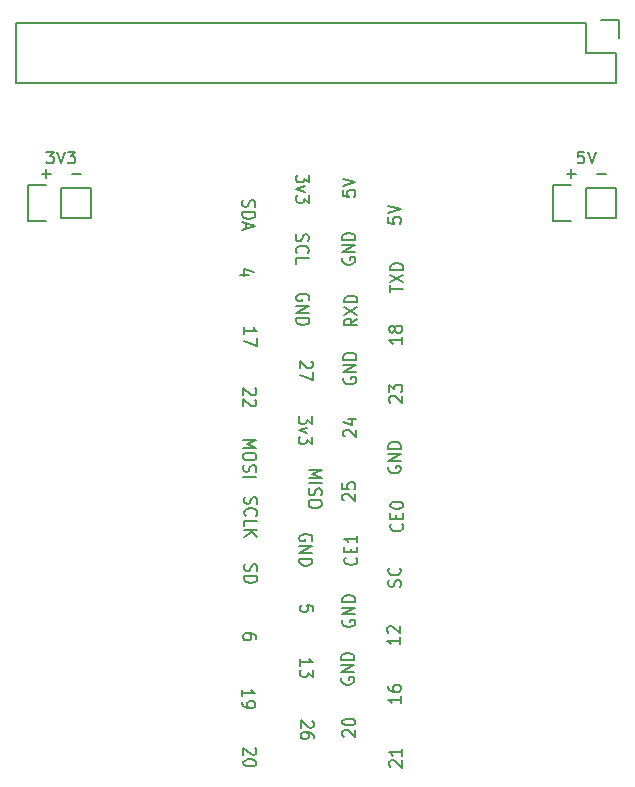
<source format=gbr>
G04 #@! TF.FileFunction,Legend,Top*
%FSLAX46Y46*%
G04 Gerber Fmt 4.6, Leading zero omitted, Abs format (unit mm)*
G04 Created by KiCad (PCBNEW (2015-07-30 BZR 6023, Git cb629e0)-product) date 8/27/2015 11:16:19 AM*
%MOMM*%
G01*
G04 APERTURE LIST*
%ADD10C,0.100000*%
%ADD11C,0.127000*%
%ADD12C,0.150000*%
G04 APERTURE END LIST*
D10*
D11*
X149602100Y-77025404D02*
X149549719Y-77120642D01*
X149549719Y-77263499D01*
X149602100Y-77406357D01*
X149706862Y-77501595D01*
X149811624Y-77549214D01*
X150021148Y-77596833D01*
X150178290Y-77596833D01*
X150387814Y-77549214D01*
X150492576Y-77501595D01*
X150597338Y-77406357D01*
X150649719Y-77263499D01*
X150649719Y-77168261D01*
X150597338Y-77025404D01*
X150544957Y-76977785D01*
X150178290Y-76977785D01*
X150178290Y-77168261D01*
X150649719Y-76549214D02*
X149549719Y-76549214D01*
X150649719Y-75977785D01*
X149549719Y-75977785D01*
X150649719Y-75501595D02*
X149549719Y-75501595D01*
X149549719Y-75263500D01*
X149602100Y-75120642D01*
X149706862Y-75025404D01*
X149811624Y-74977785D01*
X150021148Y-74930166D01*
X150178290Y-74930166D01*
X150387814Y-74977785D01*
X150492576Y-75025404D01*
X150597338Y-75120642D01*
X150649719Y-75263500D01*
X150649719Y-75501595D01*
X150827519Y-82175266D02*
X150303710Y-82508600D01*
X150827519Y-82746695D02*
X149727519Y-82746695D01*
X149727519Y-82365742D01*
X149779900Y-82270504D01*
X149832281Y-82222885D01*
X149937043Y-82175266D01*
X150094186Y-82175266D01*
X150198948Y-82222885D01*
X150251329Y-82270504D01*
X150303710Y-82365742D01*
X150303710Y-82746695D01*
X149727519Y-81841933D02*
X150827519Y-81175266D01*
X149727519Y-81175266D02*
X150827519Y-81841933D01*
X150827519Y-80794314D02*
X149727519Y-80794314D01*
X149727519Y-80556219D01*
X149779900Y-80413361D01*
X149884662Y-80318123D01*
X149989424Y-80270504D01*
X150198948Y-80222885D01*
X150356090Y-80222885D01*
X150565614Y-80270504D01*
X150670376Y-80318123D01*
X150775138Y-80413361D01*
X150827519Y-80556219D01*
X150827519Y-80794314D01*
X149691000Y-87160004D02*
X149638619Y-87255242D01*
X149638619Y-87398099D01*
X149691000Y-87540957D01*
X149795762Y-87636195D01*
X149900524Y-87683814D01*
X150110048Y-87731433D01*
X150267190Y-87731433D01*
X150476714Y-87683814D01*
X150581476Y-87636195D01*
X150686238Y-87540957D01*
X150738619Y-87398099D01*
X150738619Y-87302861D01*
X150686238Y-87160004D01*
X150633857Y-87112385D01*
X150267190Y-87112385D01*
X150267190Y-87302861D01*
X150738619Y-86683814D02*
X149638619Y-86683814D01*
X150738619Y-86112385D01*
X149638619Y-86112385D01*
X150738619Y-85636195D02*
X149638619Y-85636195D01*
X149638619Y-85398100D01*
X149691000Y-85255242D01*
X149795762Y-85160004D01*
X149900524Y-85112385D01*
X150110048Y-85064766D01*
X150267190Y-85064766D01*
X150476714Y-85112385D01*
X150581476Y-85160004D01*
X150686238Y-85255242D01*
X150738619Y-85398100D01*
X150738619Y-85636195D01*
X149743381Y-92138405D02*
X149691000Y-92090786D01*
X149638619Y-91995548D01*
X149638619Y-91757452D01*
X149691000Y-91662214D01*
X149743381Y-91614595D01*
X149848143Y-91566976D01*
X149952905Y-91566976D01*
X150110048Y-91614595D01*
X150738619Y-92186024D01*
X150738619Y-91566976D01*
X150005286Y-90709833D02*
X150738619Y-90709833D01*
X149586238Y-90947929D02*
X150371952Y-91186024D01*
X150371952Y-90566976D01*
X149654481Y-97561305D02*
X149602100Y-97513686D01*
X149549719Y-97418448D01*
X149549719Y-97180352D01*
X149602100Y-97085114D01*
X149654481Y-97037495D01*
X149759243Y-96989876D01*
X149864005Y-96989876D01*
X150021148Y-97037495D01*
X150649719Y-97608924D01*
X150649719Y-96989876D01*
X149549719Y-96085114D02*
X149549719Y-96561305D01*
X150073529Y-96608924D01*
X150021148Y-96561305D01*
X149968767Y-96466067D01*
X149968767Y-96227971D01*
X150021148Y-96132733D01*
X150073529Y-96085114D01*
X150178290Y-96037495D01*
X150440195Y-96037495D01*
X150544957Y-96085114D01*
X150597338Y-96132733D01*
X150649719Y-96227971D01*
X150649719Y-96466067D01*
X150597338Y-96561305D01*
X150544957Y-96608924D01*
X150722757Y-102396847D02*
X150775138Y-102444466D01*
X150827519Y-102587323D01*
X150827519Y-102682561D01*
X150775138Y-102825419D01*
X150670376Y-102920657D01*
X150565614Y-102968276D01*
X150356090Y-103015895D01*
X150198948Y-103015895D01*
X149989424Y-102968276D01*
X149884662Y-102920657D01*
X149779900Y-102825419D01*
X149727519Y-102682561D01*
X149727519Y-102587323D01*
X149779900Y-102444466D01*
X149832281Y-102396847D01*
X150251329Y-101968276D02*
X150251329Y-101634942D01*
X150827519Y-101492085D02*
X150827519Y-101968276D01*
X149727519Y-101968276D01*
X149727519Y-101492085D01*
X150827519Y-100539704D02*
X150827519Y-101111133D01*
X150827519Y-100825419D02*
X149727519Y-100825419D01*
X149884662Y-100920657D01*
X149989424Y-101015895D01*
X150041805Y-101111133D01*
X149602100Y-107695904D02*
X149549719Y-107791142D01*
X149549719Y-107933999D01*
X149602100Y-108076857D01*
X149706862Y-108172095D01*
X149811624Y-108219714D01*
X150021148Y-108267333D01*
X150178290Y-108267333D01*
X150387814Y-108219714D01*
X150492576Y-108172095D01*
X150597338Y-108076857D01*
X150649719Y-107933999D01*
X150649719Y-107838761D01*
X150597338Y-107695904D01*
X150544957Y-107648285D01*
X150178290Y-107648285D01*
X150178290Y-107838761D01*
X150649719Y-107219714D02*
X149549719Y-107219714D01*
X150649719Y-106648285D01*
X149549719Y-106648285D01*
X150649719Y-106172095D02*
X149549719Y-106172095D01*
X149549719Y-105934000D01*
X149602100Y-105791142D01*
X149706862Y-105695904D01*
X149811624Y-105648285D01*
X150021148Y-105600666D01*
X150178290Y-105600666D01*
X150387814Y-105648285D01*
X150492576Y-105695904D01*
X150597338Y-105791142D01*
X150649719Y-105934000D01*
X150649719Y-106172095D01*
X149513200Y-112585404D02*
X149460819Y-112680642D01*
X149460819Y-112823499D01*
X149513200Y-112966357D01*
X149617962Y-113061595D01*
X149722724Y-113109214D01*
X149932248Y-113156833D01*
X150089390Y-113156833D01*
X150298914Y-113109214D01*
X150403676Y-113061595D01*
X150508438Y-112966357D01*
X150560819Y-112823499D01*
X150560819Y-112728261D01*
X150508438Y-112585404D01*
X150456057Y-112537785D01*
X150089390Y-112537785D01*
X150089390Y-112728261D01*
X150560819Y-112109214D02*
X149460819Y-112109214D01*
X150560819Y-111537785D01*
X149460819Y-111537785D01*
X150560819Y-111061595D02*
X149460819Y-111061595D01*
X149460819Y-110823500D01*
X149513200Y-110680642D01*
X149617962Y-110585404D01*
X149722724Y-110537785D01*
X149932248Y-110490166D01*
X150089390Y-110490166D01*
X150298914Y-110537785D01*
X150403676Y-110585404D01*
X150508438Y-110680642D01*
X150560819Y-110823500D01*
X150560819Y-111061595D01*
X149654481Y-117563805D02*
X149602100Y-117516186D01*
X149549719Y-117420948D01*
X149549719Y-117182852D01*
X149602100Y-117087614D01*
X149654481Y-117039995D01*
X149759243Y-116992376D01*
X149864005Y-116992376D01*
X150021148Y-117039995D01*
X150649719Y-117611424D01*
X150649719Y-116992376D01*
X149549719Y-116373329D02*
X149549719Y-116278090D01*
X149602100Y-116182852D01*
X149654481Y-116135233D01*
X149759243Y-116087614D01*
X149968767Y-116039995D01*
X150230671Y-116039995D01*
X150440195Y-116087614D01*
X150544957Y-116135233D01*
X150597338Y-116182852D01*
X150649719Y-116278090D01*
X150649719Y-116373329D01*
X150597338Y-116468567D01*
X150544957Y-116516186D01*
X150440195Y-116563805D01*
X150230671Y-116611424D01*
X149968767Y-116611424D01*
X149759243Y-116563805D01*
X149654481Y-116516186D01*
X149602100Y-116468567D01*
X149549719Y-116373329D01*
X153616881Y-120129205D02*
X153564500Y-120081586D01*
X153512119Y-119986348D01*
X153512119Y-119748252D01*
X153564500Y-119653014D01*
X153616881Y-119605395D01*
X153721643Y-119557776D01*
X153826405Y-119557776D01*
X153983548Y-119605395D01*
X154612119Y-120176824D01*
X154612119Y-119557776D01*
X154612119Y-118605395D02*
X154612119Y-119176824D01*
X154612119Y-118891110D02*
X153512119Y-118891110D01*
X153669262Y-118986348D01*
X153774024Y-119081586D01*
X153826405Y-119176824D01*
X154523219Y-114134876D02*
X154523219Y-114706305D01*
X154523219Y-114420591D02*
X153423219Y-114420591D01*
X153580362Y-114515829D01*
X153685124Y-114611067D01*
X153737505Y-114706305D01*
X153423219Y-113277733D02*
X153423219Y-113468210D01*
X153475600Y-113563448D01*
X153527981Y-113611067D01*
X153685124Y-113706305D01*
X153894648Y-113753924D01*
X154313695Y-113753924D01*
X154418457Y-113706305D01*
X154470838Y-113658686D01*
X154523219Y-113563448D01*
X154523219Y-113372971D01*
X154470838Y-113277733D01*
X154418457Y-113230114D01*
X154313695Y-113182495D01*
X154051790Y-113182495D01*
X153947029Y-113230114D01*
X153894648Y-113277733D01*
X153842267Y-113372971D01*
X153842267Y-113563448D01*
X153894648Y-113658686D01*
X153947029Y-113706305D01*
X154051790Y-113753924D01*
X154434319Y-109156476D02*
X154434319Y-109727905D01*
X154434319Y-109442191D02*
X153334319Y-109442191D01*
X153491462Y-109537429D01*
X153596224Y-109632667D01*
X153648605Y-109727905D01*
X153439081Y-108775524D02*
X153386700Y-108727905D01*
X153334319Y-108632667D01*
X153334319Y-108394571D01*
X153386700Y-108299333D01*
X153439081Y-108251714D01*
X153543843Y-108204095D01*
X153648605Y-108204095D01*
X153805748Y-108251714D01*
X154434319Y-108823143D01*
X154434319Y-108204095D01*
X154470838Y-104862214D02*
X154523219Y-104719357D01*
X154523219Y-104481261D01*
X154470838Y-104386023D01*
X154418457Y-104338404D01*
X154313695Y-104290785D01*
X154208933Y-104290785D01*
X154104171Y-104338404D01*
X154051790Y-104386023D01*
X153999410Y-104481261D01*
X153947029Y-104671738D01*
X153894648Y-104766976D01*
X153842267Y-104814595D01*
X153737505Y-104862214D01*
X153632743Y-104862214D01*
X153527981Y-104814595D01*
X153475600Y-104766976D01*
X153423219Y-104671738D01*
X153423219Y-104433642D01*
X153475600Y-104290785D01*
X154418457Y-103290785D02*
X154470838Y-103338404D01*
X154523219Y-103481261D01*
X154523219Y-103576499D01*
X154470838Y-103719357D01*
X154366076Y-103814595D01*
X154261314Y-103862214D01*
X154051790Y-103909833D01*
X153894648Y-103909833D01*
X153685124Y-103862214D01*
X153580362Y-103814595D01*
X153475600Y-103719357D01*
X153423219Y-103576499D01*
X153423219Y-103481261D01*
X153475600Y-103338404D01*
X153527981Y-103290785D01*
X154596257Y-99539347D02*
X154648638Y-99586966D01*
X154701019Y-99729823D01*
X154701019Y-99825061D01*
X154648638Y-99967919D01*
X154543876Y-100063157D01*
X154439114Y-100110776D01*
X154229590Y-100158395D01*
X154072448Y-100158395D01*
X153862924Y-100110776D01*
X153758162Y-100063157D01*
X153653400Y-99967919D01*
X153601019Y-99825061D01*
X153601019Y-99729823D01*
X153653400Y-99586966D01*
X153705781Y-99539347D01*
X154124829Y-99110776D02*
X154124829Y-98777442D01*
X154701019Y-98634585D02*
X154701019Y-99110776D01*
X153601019Y-99110776D01*
X153601019Y-98634585D01*
X153601019Y-98015538D02*
X153601019Y-97920299D01*
X153653400Y-97825061D01*
X153705781Y-97777442D01*
X153810543Y-97729823D01*
X154020067Y-97682204D01*
X154281971Y-97682204D01*
X154491495Y-97729823D01*
X154596257Y-97777442D01*
X154648638Y-97825061D01*
X154701019Y-97920299D01*
X154701019Y-98015538D01*
X154648638Y-98110776D01*
X154596257Y-98158395D01*
X154491495Y-98206014D01*
X154281971Y-98253633D01*
X154020067Y-98253633D01*
X153810543Y-98206014D01*
X153705781Y-98158395D01*
X153653400Y-98110776D01*
X153601019Y-98015538D01*
X153475600Y-94703804D02*
X153423219Y-94799042D01*
X153423219Y-94941899D01*
X153475600Y-95084757D01*
X153580362Y-95179995D01*
X153685124Y-95227614D01*
X153894648Y-95275233D01*
X154051790Y-95275233D01*
X154261314Y-95227614D01*
X154366076Y-95179995D01*
X154470838Y-95084757D01*
X154523219Y-94941899D01*
X154523219Y-94846661D01*
X154470838Y-94703804D01*
X154418457Y-94656185D01*
X154051790Y-94656185D01*
X154051790Y-94846661D01*
X154523219Y-94227614D02*
X153423219Y-94227614D01*
X154523219Y-93656185D01*
X153423219Y-93656185D01*
X154523219Y-93179995D02*
X153423219Y-93179995D01*
X153423219Y-92941900D01*
X153475600Y-92799042D01*
X153580362Y-92703804D01*
X153685124Y-92656185D01*
X153894648Y-92608566D01*
X154051790Y-92608566D01*
X154261314Y-92656185D01*
X154366076Y-92703804D01*
X154470838Y-92799042D01*
X154523219Y-92941900D01*
X154523219Y-93179995D01*
X153616881Y-89280905D02*
X153564500Y-89233286D01*
X153512119Y-89138048D01*
X153512119Y-88899952D01*
X153564500Y-88804714D01*
X153616881Y-88757095D01*
X153721643Y-88709476D01*
X153826405Y-88709476D01*
X153983548Y-88757095D01*
X154612119Y-89328524D01*
X154612119Y-88709476D01*
X153512119Y-88376143D02*
X153512119Y-87757095D01*
X153931167Y-88090429D01*
X153931167Y-87947571D01*
X153983548Y-87852333D01*
X154035929Y-87804714D01*
X154140690Y-87757095D01*
X154402595Y-87757095D01*
X154507357Y-87804714D01*
X154559738Y-87852333D01*
X154612119Y-87947571D01*
X154612119Y-88233286D01*
X154559738Y-88328524D01*
X154507357Y-88376143D01*
X154612119Y-83731076D02*
X154612119Y-84302505D01*
X154612119Y-84016791D02*
X153512119Y-84016791D01*
X153669262Y-84112029D01*
X153774024Y-84207267D01*
X153826405Y-84302505D01*
X153983548Y-83159648D02*
X153931167Y-83254886D01*
X153878786Y-83302505D01*
X153774024Y-83350124D01*
X153721643Y-83350124D01*
X153616881Y-83302505D01*
X153564500Y-83254886D01*
X153512119Y-83159648D01*
X153512119Y-82969171D01*
X153564500Y-82873933D01*
X153616881Y-82826314D01*
X153721643Y-82778695D01*
X153774024Y-82778695D01*
X153878786Y-82826314D01*
X153931167Y-82873933D01*
X153983548Y-82969171D01*
X153983548Y-83159648D01*
X154035929Y-83254886D01*
X154088310Y-83302505D01*
X154193071Y-83350124D01*
X154402595Y-83350124D01*
X154507357Y-83302505D01*
X154559738Y-83254886D01*
X154612119Y-83159648D01*
X154612119Y-82969171D01*
X154559738Y-82873933D01*
X154507357Y-82826314D01*
X154402595Y-82778695D01*
X154193071Y-82778695D01*
X154088310Y-82826314D01*
X154035929Y-82873933D01*
X153983548Y-82969171D01*
X153601019Y-79913005D02*
X153601019Y-79341576D01*
X154701019Y-79627291D02*
X153601019Y-79627291D01*
X153601019Y-79103481D02*
X154701019Y-78436814D01*
X153601019Y-78436814D02*
X154701019Y-79103481D01*
X154701019Y-78055862D02*
X153601019Y-78055862D01*
X153601019Y-77817767D01*
X153653400Y-77674909D01*
X153758162Y-77579671D01*
X153862924Y-77532052D01*
X154072448Y-77484433D01*
X154229590Y-77484433D01*
X154439114Y-77532052D01*
X154543876Y-77579671D01*
X154648638Y-77674909D01*
X154701019Y-77817767D01*
X154701019Y-78055862D01*
X149562419Y-71310476D02*
X149562419Y-71786667D01*
X150086229Y-71834286D01*
X150033848Y-71786667D01*
X149981467Y-71691429D01*
X149981467Y-71453333D01*
X150033848Y-71358095D01*
X150086229Y-71310476D01*
X150190990Y-71262857D01*
X150452895Y-71262857D01*
X150557657Y-71310476D01*
X150610038Y-71358095D01*
X150662419Y-71453333D01*
X150662419Y-71691429D01*
X150610038Y-71786667D01*
X150557657Y-71834286D01*
X149562419Y-70977143D02*
X150662419Y-70643810D01*
X149562419Y-70310476D01*
X153423219Y-73596476D02*
X153423219Y-74072667D01*
X153947029Y-74120286D01*
X153894648Y-74072667D01*
X153842267Y-73977429D01*
X153842267Y-73739333D01*
X153894648Y-73644095D01*
X153947029Y-73596476D01*
X154051790Y-73548857D01*
X154313695Y-73548857D01*
X154418457Y-73596476D01*
X154470838Y-73644095D01*
X154523219Y-73739333D01*
X154523219Y-73977429D01*
X154470838Y-74072667D01*
X154418457Y-74120286D01*
X153423219Y-73263143D02*
X154523219Y-72929810D01*
X153423219Y-72596476D01*
X141069281Y-114160324D02*
X141069281Y-113588895D01*
X141069281Y-113874609D02*
X142169281Y-113874609D01*
X142012138Y-113779371D01*
X141907376Y-113684133D01*
X141854995Y-113588895D01*
X141069281Y-114636514D02*
X141069281Y-114826990D01*
X141121662Y-114922229D01*
X141174043Y-114969848D01*
X141331186Y-115065086D01*
X141540710Y-115112705D01*
X141959757Y-115112705D01*
X142064519Y-115065086D01*
X142116900Y-115017467D01*
X142169281Y-114922229D01*
X142169281Y-114731752D01*
X142116900Y-114636514D01*
X142064519Y-114588895D01*
X141959757Y-114541276D01*
X141697852Y-114541276D01*
X141593090Y-114588895D01*
X141540710Y-114636514D01*
X141488329Y-114731752D01*
X141488329Y-114922229D01*
X141540710Y-115017467D01*
X141593090Y-115065086D01*
X141697852Y-115112705D01*
X147017519Y-116243195D02*
X147069900Y-116290814D01*
X147122281Y-116386052D01*
X147122281Y-116624148D01*
X147069900Y-116719386D01*
X147017519Y-116767005D01*
X146912757Y-116814624D01*
X146807995Y-116814624D01*
X146650852Y-116767005D01*
X146022281Y-116195576D01*
X146022281Y-116814624D01*
X147122281Y-117671767D02*
X147122281Y-117481290D01*
X147069900Y-117386052D01*
X147017519Y-117338433D01*
X146860376Y-117243195D01*
X146650852Y-117195576D01*
X146231805Y-117195576D01*
X146127043Y-117243195D01*
X146074662Y-117290814D01*
X146022281Y-117386052D01*
X146022281Y-117576529D01*
X146074662Y-117671767D01*
X146127043Y-117719386D01*
X146231805Y-117767005D01*
X146493710Y-117767005D01*
X146598471Y-117719386D01*
X146650852Y-117671767D01*
X146703233Y-117576529D01*
X146703233Y-117386052D01*
X146650852Y-117290814D01*
X146598471Y-117243195D01*
X146493710Y-117195576D01*
X145966401Y-111561904D02*
X145966401Y-110990475D01*
X145966401Y-111276189D02*
X147066401Y-111276189D01*
X146909258Y-111180951D01*
X146804496Y-111085713D01*
X146752115Y-110990475D01*
X147066401Y-111895237D02*
X147066401Y-112514285D01*
X146647353Y-112180951D01*
X146647353Y-112323809D01*
X146594972Y-112419047D01*
X146542591Y-112466666D01*
X146437830Y-112514285D01*
X146175925Y-112514285D01*
X146071163Y-112466666D01*
X146018782Y-112419047D01*
X145966401Y-112323809D01*
X145966401Y-112038094D01*
X146018782Y-111942856D01*
X146071163Y-111895237D01*
X147066401Y-106961276D02*
X147066401Y-106485085D01*
X146542591Y-106437466D01*
X146594972Y-106485085D01*
X146647353Y-106580323D01*
X146647353Y-106818419D01*
X146594972Y-106913657D01*
X146542591Y-106961276D01*
X146437830Y-107008895D01*
X146175925Y-107008895D01*
X146071163Y-106961276D01*
X146018782Y-106913657D01*
X145966401Y-106818419D01*
X145966401Y-106580323D01*
X146018782Y-106485085D01*
X146071163Y-106437466D01*
X146958140Y-100987956D02*
X147010521Y-100892718D01*
X147010521Y-100749861D01*
X146958140Y-100607003D01*
X146853378Y-100511765D01*
X146748616Y-100464146D01*
X146539092Y-100416527D01*
X146381950Y-100416527D01*
X146172426Y-100464146D01*
X146067664Y-100511765D01*
X145962902Y-100607003D01*
X145910521Y-100749861D01*
X145910521Y-100845099D01*
X145962902Y-100987956D01*
X146015283Y-101035575D01*
X146381950Y-101035575D01*
X146381950Y-100845099D01*
X145910521Y-101464146D02*
X147010521Y-101464146D01*
X145910521Y-102035575D01*
X147010521Y-102035575D01*
X145910521Y-102511765D02*
X147010521Y-102511765D01*
X147010521Y-102749860D01*
X146958140Y-102892718D01*
X146853378Y-102987956D01*
X146748616Y-103035575D01*
X146539092Y-103083194D01*
X146381950Y-103083194D01*
X146172426Y-103035575D01*
X146067664Y-102987956D01*
X145962902Y-102892718D01*
X145910521Y-102749860D01*
X145910521Y-102511765D01*
X146690301Y-94979052D02*
X147790301Y-94979052D01*
X147004587Y-95312386D01*
X147790301Y-95645719D01*
X146690301Y-95645719D01*
X146690301Y-96121909D02*
X147790301Y-96121909D01*
X146742682Y-96550480D02*
X146690301Y-96693337D01*
X146690301Y-96931433D01*
X146742682Y-97026671D01*
X146795063Y-97074290D01*
X146899825Y-97121909D01*
X147004587Y-97121909D01*
X147109349Y-97074290D01*
X147161730Y-97026671D01*
X147214110Y-96931433D01*
X147266491Y-96740956D01*
X147318872Y-96645718D01*
X147371253Y-96598099D01*
X147476015Y-96550480D01*
X147580777Y-96550480D01*
X147685539Y-96598099D01*
X147737920Y-96645718D01*
X147790301Y-96740956D01*
X147790301Y-96979052D01*
X147737920Y-97121909D01*
X147790301Y-97740956D02*
X147790301Y-97931433D01*
X147737920Y-98026671D01*
X147633158Y-98121909D01*
X147423634Y-98169528D01*
X147056968Y-98169528D01*
X146847444Y-98121909D01*
X146742682Y-98026671D01*
X146690301Y-97931433D01*
X146690301Y-97740956D01*
X146742682Y-97645718D01*
X146847444Y-97550480D01*
X147056968Y-97502861D01*
X147423634Y-97502861D01*
X147633158Y-97550480D01*
X147737920Y-97645718D01*
X147790301Y-97740956D01*
X146954641Y-90445104D02*
X146954641Y-91064152D01*
X146535593Y-90730818D01*
X146535593Y-90873676D01*
X146483212Y-90968914D01*
X146430831Y-91016533D01*
X146326070Y-91064152D01*
X146064165Y-91064152D01*
X145959403Y-91016533D01*
X145907022Y-90968914D01*
X145854641Y-90873676D01*
X145854641Y-90587961D01*
X145907022Y-90492723D01*
X145959403Y-90445104D01*
X146587974Y-91397485D02*
X145854641Y-91635580D01*
X146587974Y-91873676D01*
X146954641Y-92159390D02*
X146954641Y-92778438D01*
X146535593Y-92445104D01*
X146535593Y-92587962D01*
X146483212Y-92683200D01*
X146430831Y-92730819D01*
X146326070Y-92778438D01*
X146064165Y-92778438D01*
X145959403Y-92730819D01*
X145907022Y-92683200D01*
X145854641Y-92587962D01*
X145854641Y-92302247D01*
X145907022Y-92207009D01*
X145959403Y-92159390D01*
X142166119Y-118541895D02*
X142218500Y-118589514D01*
X142270881Y-118684752D01*
X142270881Y-118922848D01*
X142218500Y-119018086D01*
X142166119Y-119065705D01*
X142061357Y-119113324D01*
X141956595Y-119113324D01*
X141799452Y-119065705D01*
X141170881Y-118494276D01*
X141170881Y-119113324D01*
X142270881Y-119732371D02*
X142270881Y-119827610D01*
X142218500Y-119922848D01*
X142166119Y-119970467D01*
X142061357Y-120018086D01*
X141851833Y-120065705D01*
X141589929Y-120065705D01*
X141380405Y-120018086D01*
X141275643Y-119970467D01*
X141223262Y-119922848D01*
X141170881Y-119827610D01*
X141170881Y-119732371D01*
X141223262Y-119637133D01*
X141275643Y-119589514D01*
X141380405Y-119541895D01*
X141589929Y-119494276D01*
X141851833Y-119494276D01*
X142061357Y-119541895D01*
X142166119Y-119589514D01*
X142218500Y-119637133D01*
X142270881Y-119732371D01*
X142258181Y-109296177D02*
X142258181Y-109105700D01*
X142205800Y-109010462D01*
X142153419Y-108962843D01*
X141996276Y-108867605D01*
X141786752Y-108819986D01*
X141367705Y-108819986D01*
X141262943Y-108867605D01*
X141210562Y-108915224D01*
X141158181Y-109010462D01*
X141158181Y-109200939D01*
X141210562Y-109296177D01*
X141262943Y-109343796D01*
X141367705Y-109391415D01*
X141629610Y-109391415D01*
X141734371Y-109343796D01*
X141786752Y-109296177D01*
X141839133Y-109200939D01*
X141839133Y-109010462D01*
X141786752Y-108915224D01*
X141734371Y-108867605D01*
X141629610Y-108819986D01*
X141299462Y-102985986D02*
X141247081Y-103128843D01*
X141247081Y-103366939D01*
X141299462Y-103462177D01*
X141351843Y-103509796D01*
X141456605Y-103557415D01*
X141561367Y-103557415D01*
X141666129Y-103509796D01*
X141718510Y-103462177D01*
X141770890Y-103366939D01*
X141823271Y-103176462D01*
X141875652Y-103081224D01*
X141928033Y-103033605D01*
X142032795Y-102985986D01*
X142137557Y-102985986D01*
X142242319Y-103033605D01*
X142294700Y-103081224D01*
X142347081Y-103176462D01*
X142347081Y-103414558D01*
X142294700Y-103557415D01*
X141247081Y-103985986D02*
X142347081Y-103985986D01*
X142347081Y-104224081D01*
X142294700Y-104366939D01*
X142189938Y-104462177D01*
X142085176Y-104509796D01*
X141875652Y-104557415D01*
X141718510Y-104557415D01*
X141508986Y-104509796D01*
X141404224Y-104462177D01*
X141299462Y-104366939D01*
X141247081Y-104224081D01*
X141247081Y-103985986D01*
X141299462Y-97280624D02*
X141247081Y-97423481D01*
X141247081Y-97661577D01*
X141299462Y-97756815D01*
X141351843Y-97804434D01*
X141456605Y-97852053D01*
X141561367Y-97852053D01*
X141666129Y-97804434D01*
X141718510Y-97756815D01*
X141770890Y-97661577D01*
X141823271Y-97471100D01*
X141875652Y-97375862D01*
X141928033Y-97328243D01*
X142032795Y-97280624D01*
X142137557Y-97280624D01*
X142242319Y-97328243D01*
X142294700Y-97375862D01*
X142347081Y-97471100D01*
X142347081Y-97709196D01*
X142294700Y-97852053D01*
X141351843Y-98852053D02*
X141299462Y-98804434D01*
X141247081Y-98661577D01*
X141247081Y-98566339D01*
X141299462Y-98423481D01*
X141404224Y-98328243D01*
X141508986Y-98280624D01*
X141718510Y-98233005D01*
X141875652Y-98233005D01*
X142085176Y-98280624D01*
X142189938Y-98328243D01*
X142294700Y-98423481D01*
X142347081Y-98566339D01*
X142347081Y-98661577D01*
X142294700Y-98804434D01*
X142242319Y-98852053D01*
X141247081Y-99756815D02*
X141247081Y-99280624D01*
X142347081Y-99280624D01*
X141247081Y-100090148D02*
X142347081Y-100090148D01*
X141247081Y-100661577D02*
X141875652Y-100233005D01*
X142347081Y-100661577D02*
X141718510Y-100090148D01*
X141158181Y-92421272D02*
X142258181Y-92421272D01*
X141472467Y-92754606D01*
X142258181Y-93087939D01*
X141158181Y-93087939D01*
X142258181Y-93754605D02*
X142258181Y-93945082D01*
X142205800Y-94040320D01*
X142101038Y-94135558D01*
X141891514Y-94183177D01*
X141524848Y-94183177D01*
X141315324Y-94135558D01*
X141210562Y-94040320D01*
X141158181Y-93945082D01*
X141158181Y-93754605D01*
X141210562Y-93659367D01*
X141315324Y-93564129D01*
X141524848Y-93516510D01*
X141891514Y-93516510D01*
X142101038Y-93564129D01*
X142205800Y-93659367D01*
X142258181Y-93754605D01*
X141210562Y-94564129D02*
X141158181Y-94706986D01*
X141158181Y-94945082D01*
X141210562Y-95040320D01*
X141262943Y-95087939D01*
X141367705Y-95135558D01*
X141472467Y-95135558D01*
X141577229Y-95087939D01*
X141629610Y-95040320D01*
X141681990Y-94945082D01*
X141734371Y-94754605D01*
X141786752Y-94659367D01*
X141839133Y-94611748D01*
X141943895Y-94564129D01*
X142048657Y-94564129D01*
X142153419Y-94611748D01*
X142205800Y-94659367D01*
X142258181Y-94754605D01*
X142258181Y-94992701D01*
X142205800Y-95135558D01*
X141158181Y-95564129D02*
X142258181Y-95564129D01*
X142153419Y-88074595D02*
X142205800Y-88122214D01*
X142258181Y-88217452D01*
X142258181Y-88455548D01*
X142205800Y-88550786D01*
X142153419Y-88598405D01*
X142048657Y-88646024D01*
X141943895Y-88646024D01*
X141786752Y-88598405D01*
X141158181Y-88026976D01*
X141158181Y-88646024D01*
X142153419Y-89026976D02*
X142205800Y-89074595D01*
X142258181Y-89169833D01*
X142258181Y-89407929D01*
X142205800Y-89503167D01*
X142153419Y-89550786D01*
X142048657Y-89598405D01*
X141943895Y-89598405D01*
X141786752Y-89550786D01*
X141158181Y-88979357D01*
X141158181Y-89598405D01*
X141247081Y-83489824D02*
X141247081Y-82918395D01*
X141247081Y-83204109D02*
X142347081Y-83204109D01*
X142189938Y-83108871D01*
X142085176Y-83013633D01*
X142032795Y-82918395D01*
X142347081Y-83823157D02*
X142347081Y-84489824D01*
X141247081Y-84061252D01*
X146928619Y-85813995D02*
X146981000Y-85861614D01*
X147033381Y-85956852D01*
X147033381Y-86194948D01*
X146981000Y-86290186D01*
X146928619Y-86337805D01*
X146823857Y-86385424D01*
X146719095Y-86385424D01*
X146561952Y-86337805D01*
X145933381Y-85766376D01*
X145933381Y-86385424D01*
X147033381Y-86718757D02*
X147033381Y-87385424D01*
X145933381Y-86956852D01*
X141624814Y-78447877D02*
X140891481Y-78447877D01*
X142043862Y-78209781D02*
X141258148Y-77971686D01*
X141258148Y-78590734D01*
X146706680Y-80619696D02*
X146759061Y-80524458D01*
X146759061Y-80381601D01*
X146706680Y-80238743D01*
X146601918Y-80143505D01*
X146497156Y-80095886D01*
X146287632Y-80048267D01*
X146130490Y-80048267D01*
X145920966Y-80095886D01*
X145816204Y-80143505D01*
X145711442Y-80238743D01*
X145659061Y-80381601D01*
X145659061Y-80476839D01*
X145711442Y-80619696D01*
X145763823Y-80667315D01*
X146130490Y-80667315D01*
X146130490Y-80476839D01*
X145659061Y-81095886D02*
X146759061Y-81095886D01*
X145659061Y-81667315D01*
X146759061Y-81667315D01*
X145659061Y-82143505D02*
X146759061Y-82143505D01*
X146759061Y-82381600D01*
X146706680Y-82524458D01*
X146601918Y-82619696D01*
X146497156Y-82667315D01*
X146287632Y-82714934D01*
X146130490Y-82714934D01*
X145920966Y-82667315D01*
X145816204Y-82619696D01*
X145711442Y-82524458D01*
X145659061Y-82381600D01*
X145659061Y-82143505D01*
X141121662Y-72153614D02*
X141069281Y-72296471D01*
X141069281Y-72534567D01*
X141121662Y-72629805D01*
X141174043Y-72677424D01*
X141278805Y-72725043D01*
X141383567Y-72725043D01*
X141488329Y-72677424D01*
X141540710Y-72629805D01*
X141593090Y-72534567D01*
X141645471Y-72344090D01*
X141697852Y-72248852D01*
X141750233Y-72201233D01*
X141854995Y-72153614D01*
X141959757Y-72153614D01*
X142064519Y-72201233D01*
X142116900Y-72248852D01*
X142169281Y-72344090D01*
X142169281Y-72582186D01*
X142116900Y-72725043D01*
X141069281Y-73153614D02*
X142169281Y-73153614D01*
X142169281Y-73391709D01*
X142116900Y-73534567D01*
X142012138Y-73629805D01*
X141907376Y-73677424D01*
X141697852Y-73725043D01*
X141540710Y-73725043D01*
X141331186Y-73677424D01*
X141226424Y-73629805D01*
X141121662Y-73534567D01*
X141069281Y-73391709D01*
X141069281Y-73153614D01*
X141383567Y-74105995D02*
X141383567Y-74582186D01*
X141069281Y-74010757D02*
X142169281Y-74344090D01*
X141069281Y-74677424D01*
X145658102Y-75037464D02*
X145605721Y-75180321D01*
X145605721Y-75418417D01*
X145658102Y-75513655D01*
X145710483Y-75561274D01*
X145815245Y-75608893D01*
X145920007Y-75608893D01*
X146024769Y-75561274D01*
X146077150Y-75513655D01*
X146129530Y-75418417D01*
X146181911Y-75227940D01*
X146234292Y-75132702D01*
X146286673Y-75085083D01*
X146391435Y-75037464D01*
X146496197Y-75037464D01*
X146600959Y-75085083D01*
X146653340Y-75132702D01*
X146705721Y-75227940D01*
X146705721Y-75466036D01*
X146653340Y-75608893D01*
X145710483Y-76608893D02*
X145658102Y-76561274D01*
X145605721Y-76418417D01*
X145605721Y-76323179D01*
X145658102Y-76180321D01*
X145762864Y-76085083D01*
X145867626Y-76037464D01*
X146077150Y-75989845D01*
X146234292Y-75989845D01*
X146443816Y-76037464D01*
X146548578Y-76085083D01*
X146653340Y-76180321D01*
X146705721Y-76323179D01*
X146705721Y-76418417D01*
X146653340Y-76561274D01*
X146600959Y-76608893D01*
X145605721Y-77513655D02*
X145605721Y-77037464D01*
X146705721Y-77037464D01*
X146736201Y-70023504D02*
X146736201Y-70642552D01*
X146317153Y-70309218D01*
X146317153Y-70452076D01*
X146264772Y-70547314D01*
X146212391Y-70594933D01*
X146107630Y-70642552D01*
X145845725Y-70642552D01*
X145740963Y-70594933D01*
X145688582Y-70547314D01*
X145636201Y-70452076D01*
X145636201Y-70166361D01*
X145688582Y-70071123D01*
X145740963Y-70023504D01*
X146369534Y-70975885D02*
X145636201Y-71213980D01*
X146369534Y-71452076D01*
X146736201Y-71737790D02*
X146736201Y-72356838D01*
X146317153Y-72023504D01*
X146317153Y-72166362D01*
X146264772Y-72261600D01*
X146212391Y-72309219D01*
X146107630Y-72356838D01*
X145845725Y-72356838D01*
X145740963Y-72309219D01*
X145688582Y-72261600D01*
X145636201Y-72166362D01*
X145636201Y-71880647D01*
X145688582Y-71785409D01*
X145740963Y-71737790D01*
D12*
X121920000Y-62230000D02*
X172720000Y-62230000D01*
X170180000Y-57150000D02*
X121920000Y-57150000D01*
X121920000Y-62230000D02*
X121920000Y-57150000D01*
X172720000Y-62230000D02*
X172720000Y-59690000D01*
X173000000Y-58420000D02*
X173000000Y-56870000D01*
X172720000Y-59690000D02*
X170180000Y-59690000D01*
X170180000Y-59690000D02*
X170180000Y-57150000D01*
X173000000Y-56870000D02*
X171450000Y-56870000D01*
X170180000Y-71120000D02*
X172720000Y-71120000D01*
X167360000Y-70840000D02*
X168910000Y-70840000D01*
X170180000Y-71120000D02*
X170180000Y-73660000D01*
X168910000Y-73940000D02*
X167360000Y-73940000D01*
X167360000Y-73940000D02*
X167360000Y-70840000D01*
X170180000Y-73660000D02*
X172720000Y-73660000D01*
X172720000Y-73660000D02*
X172720000Y-71120000D01*
X125730000Y-71120000D02*
X128270000Y-71120000D01*
X122910000Y-70840000D02*
X124460000Y-70840000D01*
X125730000Y-71120000D02*
X125730000Y-73660000D01*
X124460000Y-73940000D02*
X122910000Y-73940000D01*
X122910000Y-73940000D02*
X122910000Y-70840000D01*
X125730000Y-73660000D02*
X128270000Y-73660000D01*
X128270000Y-73660000D02*
X128270000Y-71120000D01*
X169989524Y-68032381D02*
X169513333Y-68032381D01*
X169465714Y-68508571D01*
X169513333Y-68460952D01*
X169608571Y-68413333D01*
X169846667Y-68413333D01*
X169941905Y-68460952D01*
X169989524Y-68508571D01*
X170037143Y-68603810D01*
X170037143Y-68841905D01*
X169989524Y-68937143D01*
X169941905Y-68984762D01*
X169846667Y-69032381D01*
X169608571Y-69032381D01*
X169513333Y-68984762D01*
X169465714Y-68937143D01*
X170322857Y-68032381D02*
X170656190Y-69032381D01*
X170989524Y-68032381D01*
X171069048Y-69921429D02*
X171830953Y-69921429D01*
X168529048Y-69921429D02*
X169290953Y-69921429D01*
X168910001Y-70302381D02*
X168910001Y-69540476D01*
X124491905Y-68032381D02*
X125110953Y-68032381D01*
X124777619Y-68413333D01*
X124920477Y-68413333D01*
X125015715Y-68460952D01*
X125063334Y-68508571D01*
X125110953Y-68603810D01*
X125110953Y-68841905D01*
X125063334Y-68937143D01*
X125015715Y-68984762D01*
X124920477Y-69032381D01*
X124634762Y-69032381D01*
X124539524Y-68984762D01*
X124491905Y-68937143D01*
X125396667Y-68032381D02*
X125730000Y-69032381D01*
X126063334Y-68032381D01*
X126301429Y-68032381D02*
X126920477Y-68032381D01*
X126587143Y-68413333D01*
X126730001Y-68413333D01*
X126825239Y-68460952D01*
X126872858Y-68508571D01*
X126920477Y-68603810D01*
X126920477Y-68841905D01*
X126872858Y-68937143D01*
X126825239Y-68984762D01*
X126730001Y-69032381D01*
X126444286Y-69032381D01*
X126349048Y-68984762D01*
X126301429Y-68937143D01*
X126619048Y-69921429D02*
X127380953Y-69921429D01*
X124079048Y-69921429D02*
X124840953Y-69921429D01*
X124460001Y-70302381D02*
X124460001Y-69540476D01*
M02*

</source>
